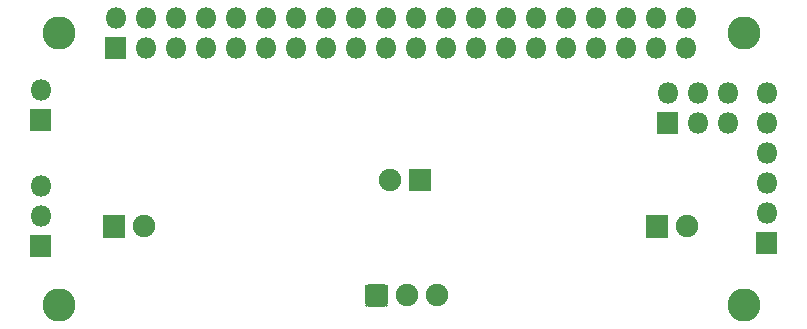
<source format=gbs>
G04 #@! TF.GenerationSoftware,KiCad,Pcbnew,(5.1.10-1-10_14)*
G04 #@! TF.CreationDate,2021-10-18T21:07:58+02:00*
G04 #@! TF.ProjectId,roodialino,726f6f64-6961-46c6-996e-6f2e6b696361,1.0*
G04 #@! TF.SameCoordinates,Original*
G04 #@! TF.FileFunction,Soldermask,Bot*
G04 #@! TF.FilePolarity,Negative*
%FSLAX46Y46*%
G04 Gerber Fmt 4.6, Leading zero omitted, Abs format (unit mm)*
G04 Created by KiCad (PCBNEW (5.1.10-1-10_14)) date 2021-10-18 21:07:58*
%MOMM*%
%LPD*%
G01*
G04 APERTURE LIST*
%ADD10C,1.902000*%
%ADD11C,2.802000*%
%ADD12O,1.802000X1.802000*%
%ADD13C,0.100000*%
G04 APERTURE END LIST*
D10*
X149099000Y-107014000D03*
G36*
G01*
X152590000Y-106114000D02*
X152590000Y-107914000D01*
G75*
G02*
X152539000Y-107965000I-51000J0D01*
G01*
X150739000Y-107965000D01*
G75*
G02*
X150688000Y-107914000I0J51000D01*
G01*
X150688000Y-106114000D01*
G75*
G02*
X150739000Y-106063000I51000J0D01*
G01*
X152539000Y-106063000D01*
G75*
G02*
X152590000Y-106114000I0J-51000D01*
G01*
G37*
D11*
X121032000Y-94568000D03*
X179032000Y-94568000D03*
X179032000Y-117568000D03*
X121032000Y-117568000D03*
G36*
G01*
X124780000Y-111851000D02*
X124780000Y-110051000D01*
G75*
G02*
X124831000Y-110000000I51000J0D01*
G01*
X126631000Y-110000000D01*
G75*
G02*
X126682000Y-110051000I0J-51000D01*
G01*
X126682000Y-111851000D01*
G75*
G02*
X126631000Y-111902000I-51000J0D01*
G01*
X124831000Y-111902000D01*
G75*
G02*
X124780000Y-111851000I0J51000D01*
G01*
G37*
D10*
X128271000Y-110951000D03*
X174245000Y-110951000D03*
G36*
G01*
X170754000Y-111851000D02*
X170754000Y-110051000D01*
G75*
G02*
X170805000Y-110000000I51000J0D01*
G01*
X172605000Y-110000000D01*
G75*
G02*
X172656000Y-110051000I0J-51000D01*
G01*
X172656000Y-111851000D01*
G75*
G02*
X172605000Y-111902000I-51000J0D01*
G01*
X170805000Y-111902000D01*
G75*
G02*
X170754000Y-111851000I0J51000D01*
G01*
G37*
G36*
G01*
X125008000Y-94937000D02*
X126708000Y-94937000D01*
G75*
G02*
X126759000Y-94988000I0J-51000D01*
G01*
X126759000Y-96688000D01*
G75*
G02*
X126708000Y-96739000I-51000J0D01*
G01*
X125008000Y-96739000D01*
G75*
G02*
X124957000Y-96688000I0J51000D01*
G01*
X124957000Y-94988000D01*
G75*
G02*
X125008000Y-94937000I51000J0D01*
G01*
G37*
D12*
X125858000Y-93298000D03*
X128398000Y-95838000D03*
X128398000Y-93298000D03*
X130938000Y-95838000D03*
X130938000Y-93298000D03*
X133478000Y-95838000D03*
X133478000Y-93298000D03*
X136018000Y-95838000D03*
X136018000Y-93298000D03*
X138558000Y-95838000D03*
X138558000Y-93298000D03*
X141098000Y-95838000D03*
X141098000Y-93298000D03*
X143638000Y-95838000D03*
X143638000Y-93298000D03*
X146178000Y-95838000D03*
X146178000Y-93298000D03*
X148718000Y-95838000D03*
X148718000Y-93298000D03*
X151258000Y-95838000D03*
X151258000Y-93298000D03*
X153798000Y-95838000D03*
X153798000Y-93298000D03*
X156338000Y-95838000D03*
X156338000Y-93298000D03*
X158878000Y-95838000D03*
X158878000Y-93298000D03*
X161418000Y-95838000D03*
X161418000Y-93298000D03*
X163958000Y-95838000D03*
X163958000Y-93298000D03*
X166498000Y-95838000D03*
X166498000Y-93298000D03*
X169038000Y-95838000D03*
X169038000Y-93298000D03*
X171578000Y-95838000D03*
X171578000Y-93298000D03*
X174118000Y-95838000D03*
X174118000Y-93298000D03*
G36*
G01*
X173444000Y-103089000D02*
X171744000Y-103089000D01*
G75*
G02*
X171693000Y-103038000I0J51000D01*
G01*
X171693000Y-101338000D01*
G75*
G02*
X171744000Y-101287000I51000J0D01*
G01*
X173444000Y-101287000D01*
G75*
G02*
X173495000Y-101338000I0J-51000D01*
G01*
X173495000Y-103038000D01*
G75*
G02*
X173444000Y-103089000I-51000J0D01*
G01*
G37*
X172594000Y-99648000D03*
X175134000Y-102188000D03*
X175134000Y-99648000D03*
X177674000Y-102188000D03*
X177674000Y-99648000D03*
G36*
G01*
X120409000Y-111752000D02*
X120409000Y-113452000D01*
G75*
G02*
X120358000Y-113503000I-51000J0D01*
G01*
X118658000Y-113503000D01*
G75*
G02*
X118607000Y-113452000I0J51000D01*
G01*
X118607000Y-111752000D01*
G75*
G02*
X118658000Y-111701000I51000J0D01*
G01*
X120358000Y-111701000D01*
G75*
G02*
X120409000Y-111752000I0J-51000D01*
G01*
G37*
X119508000Y-110062000D03*
X119508000Y-107522000D03*
G36*
G01*
X120409000Y-101084000D02*
X120409000Y-102784000D01*
G75*
G02*
X120358000Y-102835000I-51000J0D01*
G01*
X118658000Y-102835000D01*
G75*
G02*
X118607000Y-102784000I0J51000D01*
G01*
X118607000Y-101084000D01*
G75*
G02*
X118658000Y-101033000I51000J0D01*
G01*
X120358000Y-101033000D01*
G75*
G02*
X120409000Y-101084000I0J-51000D01*
G01*
G37*
X119508000Y-99394000D03*
G36*
G01*
X147005000Y-117479622D02*
X147005000Y-116106378D01*
G75*
G02*
X147269378Y-115842000I264378J0D01*
G01*
X148642622Y-115842000D01*
G75*
G02*
X148907000Y-116106378I0J-264378D01*
G01*
X148907000Y-117479622D01*
G75*
G02*
X148642622Y-117744000I-264378J0D01*
G01*
X147269378Y-117744000D01*
G75*
G02*
X147005000Y-117479622I0J264378D01*
G01*
G37*
D10*
X150496000Y-116793000D03*
X153036000Y-116793000D03*
G36*
G01*
X181877000Y-111498000D02*
X181877000Y-113198000D01*
G75*
G02*
X181826000Y-113249000I-51000J0D01*
G01*
X180126000Y-113249000D01*
G75*
G02*
X180075000Y-113198000I0J51000D01*
G01*
X180075000Y-111498000D01*
G75*
G02*
X180126000Y-111447000I51000J0D01*
G01*
X181826000Y-111447000D01*
G75*
G02*
X181877000Y-111498000I0J-51000D01*
G01*
G37*
D12*
X180976000Y-109808000D03*
X180976000Y-107268000D03*
X180976000Y-104728000D03*
X180976000Y-102188000D03*
X180976000Y-99648000D03*
D13*
G36*
X147006990Y-117479426D02*
G01*
X147012050Y-117530805D01*
X147026982Y-117580026D01*
X147051227Y-117625387D01*
X147083856Y-117665144D01*
X147123613Y-117697773D01*
X147168974Y-117722018D01*
X147218195Y-117736950D01*
X147269574Y-117742010D01*
X147271200Y-117743175D01*
X147271004Y-117745165D01*
X147269378Y-117746000D01*
X147185269Y-117746000D01*
X147185073Y-117745990D01*
X147145081Y-117742051D01*
X147144696Y-117741975D01*
X147112139Y-117732099D01*
X147111777Y-117731949D01*
X147081781Y-117715916D01*
X147081455Y-117715698D01*
X147055159Y-117694118D01*
X147054882Y-117693841D01*
X147033302Y-117667545D01*
X147033084Y-117667219D01*
X147017051Y-117637223D01*
X147016901Y-117636861D01*
X147007025Y-117604304D01*
X147006949Y-117603919D01*
X147003010Y-117563927D01*
X147003000Y-117563731D01*
X147003000Y-117479622D01*
X147004000Y-117477890D01*
X147006000Y-117477890D01*
X147006990Y-117479426D01*
G37*
G36*
X148908165Y-117477996D02*
G01*
X148909000Y-117479622D01*
X148909000Y-117563731D01*
X148908990Y-117563927D01*
X148905051Y-117603919D01*
X148904975Y-117604304D01*
X148895099Y-117636861D01*
X148894949Y-117637223D01*
X148878916Y-117667219D01*
X148878698Y-117667545D01*
X148857118Y-117693841D01*
X148856841Y-117694118D01*
X148830545Y-117715698D01*
X148830219Y-117715916D01*
X148800223Y-117731949D01*
X148799861Y-117732099D01*
X148767304Y-117741975D01*
X148766919Y-117742051D01*
X148726927Y-117745990D01*
X148726731Y-117746000D01*
X148642622Y-117746000D01*
X148640890Y-117745000D01*
X148640890Y-117743000D01*
X148642426Y-117742010D01*
X148693805Y-117736950D01*
X148743026Y-117722018D01*
X148788387Y-117697773D01*
X148828144Y-117665144D01*
X148860773Y-117625387D01*
X148885018Y-117580026D01*
X148899950Y-117530805D01*
X148905010Y-117479426D01*
X148906175Y-117477800D01*
X148908165Y-117477996D01*
G37*
G36*
X147271110Y-115841000D02*
G01*
X147271110Y-115843000D01*
X147269574Y-115843990D01*
X147218195Y-115849050D01*
X147168974Y-115863982D01*
X147123613Y-115888227D01*
X147083856Y-115920856D01*
X147051227Y-115960613D01*
X147026982Y-116005974D01*
X147012050Y-116055195D01*
X147006990Y-116106574D01*
X147005825Y-116108200D01*
X147003835Y-116108004D01*
X147003000Y-116106378D01*
X147003000Y-116022269D01*
X147003010Y-116022073D01*
X147006949Y-115982081D01*
X147007025Y-115981696D01*
X147016901Y-115949139D01*
X147017051Y-115948777D01*
X147033084Y-115918781D01*
X147033302Y-115918455D01*
X147054882Y-115892159D01*
X147055159Y-115891882D01*
X147081455Y-115870302D01*
X147081781Y-115870084D01*
X147111777Y-115854051D01*
X147112139Y-115853901D01*
X147144696Y-115844025D01*
X147145081Y-115843949D01*
X147185073Y-115840010D01*
X147185269Y-115840000D01*
X147269378Y-115840000D01*
X147271110Y-115841000D01*
G37*
G36*
X148726927Y-115840010D02*
G01*
X148766919Y-115843949D01*
X148767304Y-115844025D01*
X148799861Y-115853901D01*
X148800223Y-115854051D01*
X148830219Y-115870084D01*
X148830545Y-115870302D01*
X148856841Y-115891882D01*
X148857118Y-115892159D01*
X148878698Y-115918455D01*
X148878916Y-115918781D01*
X148894949Y-115948777D01*
X148895099Y-115949139D01*
X148904975Y-115981696D01*
X148905051Y-115982081D01*
X148908990Y-116022073D01*
X148909000Y-116022269D01*
X148909000Y-116106378D01*
X148908000Y-116108110D01*
X148906000Y-116108110D01*
X148905010Y-116106574D01*
X148899950Y-116055195D01*
X148885018Y-116005974D01*
X148860773Y-115960613D01*
X148828144Y-115920856D01*
X148788387Y-115888227D01*
X148743026Y-115863982D01*
X148693805Y-115849050D01*
X148642426Y-115843990D01*
X148640800Y-115842825D01*
X148640996Y-115840835D01*
X148642622Y-115840000D01*
X148726731Y-115840000D01*
X148726927Y-115840010D01*
G37*
M02*

</source>
